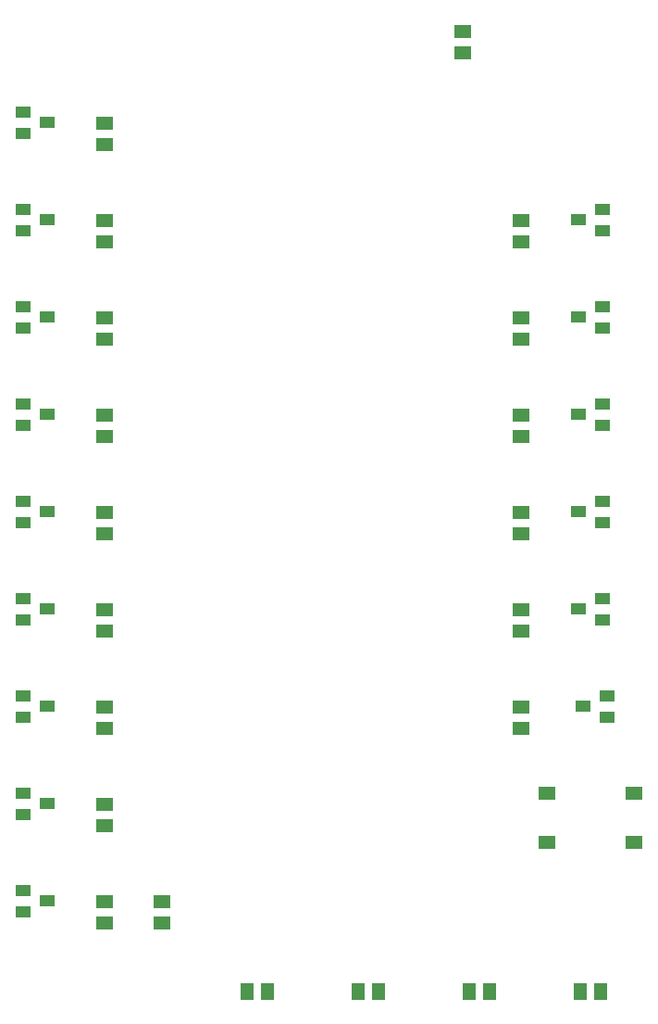
<source format=gtp>
G04*
G04 #@! TF.GenerationSoftware,Altium Limited,Altium Designer,22.0.2 (36)*
G04*
G04 Layer_Color=8421504*
%FSLAX25Y25*%
%MOIN*%
G70*
G04*
G04 #@! TF.SameCoordinates,D3D46FE2-1C8D-4EF8-A088-ECFC07646440*
G04*
G04*
G04 #@! TF.FilePolarity,Positive*
G04*
G01*
G75*
%ADD13R,0.05906X0.05118*%
%ADD14R,0.05118X0.05906*%
%ADD15R,0.06102X0.05118*%
%ADD16R,0.05512X0.03937*%
D13*
X262500Y299240D02*
D03*
Y291760D02*
D03*
Y159240D02*
D03*
Y151760D02*
D03*
Y229240D02*
D03*
Y221760D02*
D03*
X133000Y54240D02*
D03*
Y46760D02*
D03*
X112500Y89240D02*
D03*
Y81760D02*
D03*
Y159240D02*
D03*
Y151760D02*
D03*
Y229240D02*
D03*
Y221760D02*
D03*
Y299240D02*
D03*
Y291760D02*
D03*
X241500Y367240D02*
D03*
Y359760D02*
D03*
X262500Y264240D02*
D03*
Y256760D02*
D03*
Y124240D02*
D03*
Y116760D02*
D03*
Y194240D02*
D03*
Y186760D02*
D03*
X112500Y54240D02*
D03*
Y46760D02*
D03*
Y124240D02*
D03*
Y116760D02*
D03*
Y194240D02*
D03*
Y186760D02*
D03*
Y264240D02*
D03*
Y256760D02*
D03*
Y334240D02*
D03*
Y326760D02*
D03*
D14*
X291240Y22000D02*
D03*
X283760D02*
D03*
X251240D02*
D03*
X243760D02*
D03*
X211240D02*
D03*
X203760D02*
D03*
X171240D02*
D03*
X163760D02*
D03*
D15*
X303150Y93358D02*
D03*
Y75642D02*
D03*
X271850Y93358D02*
D03*
Y75642D02*
D03*
D16*
X293331Y128240D02*
D03*
Y120760D02*
D03*
X284669Y124500D02*
D03*
X291831Y163240D02*
D03*
Y155760D02*
D03*
X283169Y159500D02*
D03*
X291831Y198240D02*
D03*
Y190760D02*
D03*
X283169Y194500D02*
D03*
X291831Y233240D02*
D03*
Y225760D02*
D03*
X283169Y229500D02*
D03*
X291831Y268240D02*
D03*
Y260760D02*
D03*
X283169Y264500D02*
D03*
X291831Y303240D02*
D03*
X291831Y295760D02*
D03*
X283169Y299500D02*
D03*
X91831Y54500D02*
D03*
X83169Y50760D02*
D03*
Y58240D02*
D03*
X91831Y89500D02*
D03*
X83169Y85760D02*
D03*
Y93240D02*
D03*
X91831Y124500D02*
D03*
X83169Y120760D02*
D03*
Y128240D02*
D03*
X91831Y159500D02*
D03*
X83169Y155760D02*
D03*
Y163240D02*
D03*
X91831Y194500D02*
D03*
X83169Y198240D02*
D03*
X83169Y190760D02*
D03*
X91831Y229500D02*
D03*
X83169Y225760D02*
D03*
Y233240D02*
D03*
X91831Y264500D02*
D03*
X83169Y260760D02*
D03*
Y268240D02*
D03*
X91831Y299500D02*
D03*
X83169Y295760D02*
D03*
X83169Y303240D02*
D03*
X91831Y334500D02*
D03*
X83169Y330760D02*
D03*
Y338240D02*
D03*
M02*

</source>
